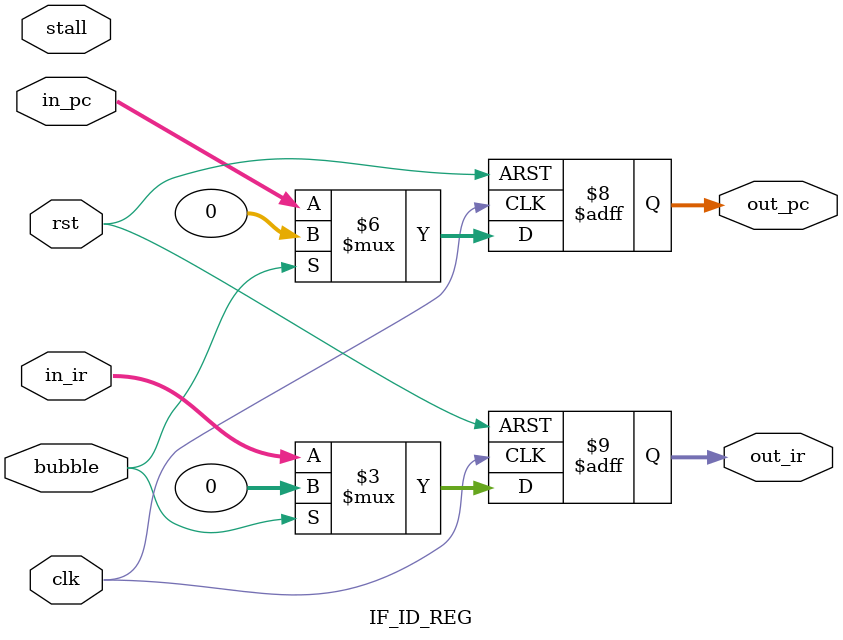
<source format=v>
`timescale 1ns / 1ps


module IF_ID_REG(
input clk,rst,stall,bubble,input [31:0] in_pc,in_ir,output reg [31:0] out_pc,out_ir
    );
always @(posedge clk, posedge rst)
begin
    if(rst)
        begin
            out_pc<=32'd0;
            out_ir<=32'd0;
        end
    else if(bubble)
        begin
            out_pc<=32'd0;
            out_ir<=32'd0;
        end
    else
        begin
            out_pc<=in_pc;
            out_ir<=in_ir;
        end
end
endmodule

</source>
